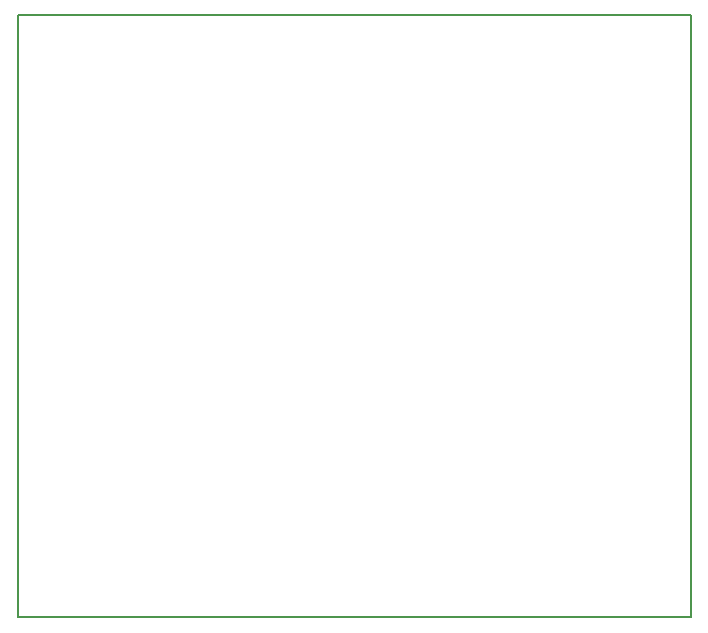
<source format=gbr>
G04 #@! TF.FileFunction,Profile,NP*
%FSLAX46Y46*%
G04 Gerber Fmt 4.6, Leading zero omitted, Abs format (unit mm)*
G04 Created by KiCad (PCBNEW 4.0.7) date 02/27/18 11:15:34*
%MOMM*%
%LPD*%
G01*
G04 APERTURE LIST*
%ADD10C,0.100000*%
%ADD11C,0.150000*%
G04 APERTURE END LIST*
D10*
D11*
X157440000Y-53610000D02*
X157440000Y-104550000D01*
X214430000Y-53610000D02*
X157440000Y-53610000D01*
X214430000Y-104550000D02*
X214430000Y-53610000D01*
X157440000Y-104550000D02*
X214430000Y-104550000D01*
M02*

</source>
